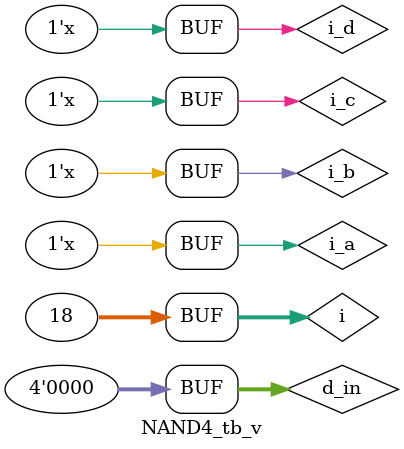
<source format=v>


`timescale 1ms/1ms

module NAND4_tb_v;
  wire o_f;
  reg i_a, i_b, i_c, i_d;
  reg [1:4] d_in = 4'b0000;
  integer i;
  
  // duv options:
  NAND4_v__equation   duv (.i_a(i_a), .i_b(i_b), .i_c(i_c), .i_d(i_d), .o_f(o_f)); // port map
  // NAND4_v__behavior   duv (.i_a(i_a), .i_b(i_b), .i_c(i_c), .i_d(i_d), .o_f(o_f)); // port map
  // NAND4_v__cmpnt_self duv (.i_a(i_a), .i_b(i_b), .i_c(i_c), .i_d(i_d), .o_f(o_f)); // port map
  // NAND4_v__cmpnt_prim duv (.i_a(i_a), .i_b(i_b), .i_c(i_c), .i_d(i_d), .o_f(o_f)); // port map

  //procedure statement
  initial begin
      
      for (i = 0 ; i < 18 ; i = i + 1) begin
        #1000 i_a = d_in[1]; i_b = d_in[2]; i_c = d_in[3]; i_d = d_in[4];
        d_in = d_in + 1;
      end
      
      // #1000 i_a = 0; i_b = 0; i_c = 0; i_d = 0;
    
    end

endmodule

</source>
